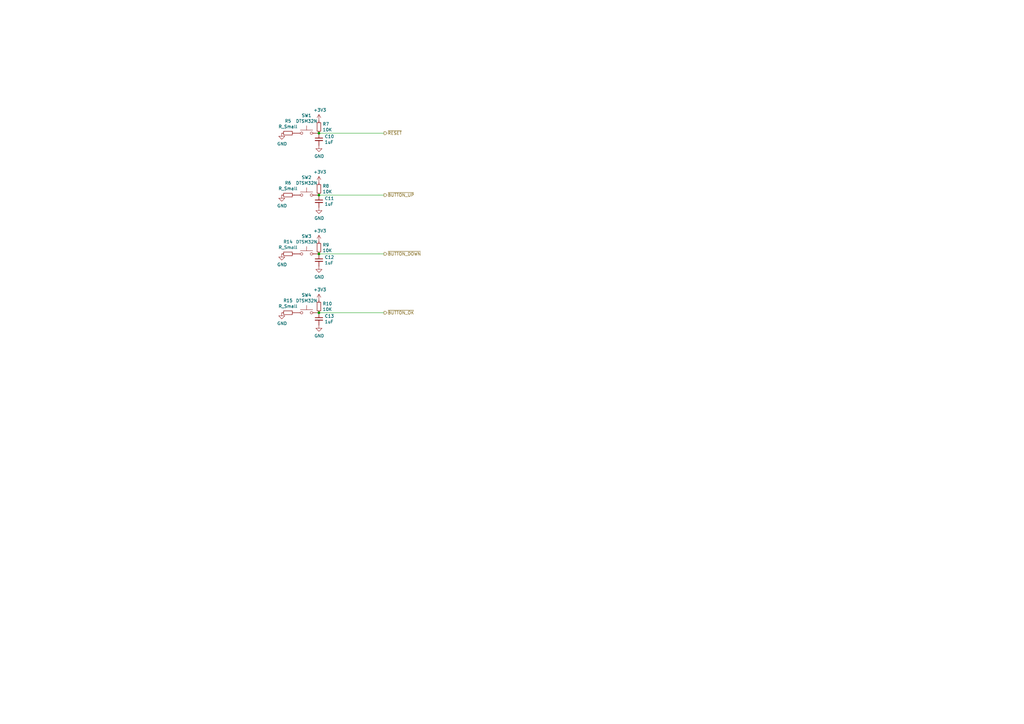
<source format=kicad_sch>
(kicad_sch (version 20211123) (generator eeschema)
  (paper "A3")
  (lib_symbols
    (symbol "Device:C_Small" (pin_numbers hide) (pin_names (offset 0.254) hide)
      (property "Reference" "C" (at 0.254 1.778 0))
      (property "Value" "C_Small" (at 0.254 -2.032 0))
      (symbol "C_Small_0_1"
        (polyline (pts (xy -1.524 -0.508) (xy 1.524 -0.508)) (stroke (width 0.3302)))
        (polyline (pts (xy -1.524 0.508) (xy 1.524 0.508)) (stroke (width 0.3048)))
      )
      (symbol "C_Small_1_1"
        (pin passive line (at 0 2.54 270) (length 2.032) (name "~") (number "1"))
        (pin passive line (at 0 -2.54 90) (length 2.032) (name "~") (number "2"))
      )
    )
    (symbol "Device:R_Small" (pin_numbers hide) (pin_names (offset 0.254) hide)
      (property "Reference" "R" (at 0.762 0.508 0))
      (property "Value" "R_Small" (at 0.762 -1.016 0))
      (symbol "R_Small_0_1"
        (rectangle (start -0.762 1.778) (end 0.762 -1.778) (stroke (width 0.2032)))
      )
      (symbol "R_Small_1_1"
        (pin passive line (at 0 2.54 270) (length 0.762) (name "~") (number "1"))
        (pin passive line (at 0 -2.54 90) (length 0.762) (name "~") (number "2"))
      )
    )
    (symbol "Switch:SW_Push" (pin_numbers hide) (pin_names (offset 1.016) hide)
      (property "Reference" "SW" (at 1.27 2.54 0))
      (property "Value" "SW_Push" (at 0 -1.524 0))
      (symbol "SW_Push_0_1"
        (circle (center -2.032 0) (radius 0.508))
        (polyline (pts (xy 0 1.27) (xy 0 3.048)))
        (polyline (pts (xy 2.54 1.27) (xy -2.54 1.27)))
        (circle (center 2.032 0) (radius 0.508))
        (pin passive line (at -5.08 0 0) (length 2.54) (name "1") (number "1"))
        (pin passive line (at 5.08 0 180) (length 2.54) (name "2") (number "2"))
      )
    )
    (symbol "power:+3V3" (power) (pin_names (offset 0))
      (property "Value" "+3V3" (at 0 3.556 0))
      (symbol "+3V3_0_1"
        (polyline (pts (xy -0.762 1.27) (xy 0 2.54)))
        (polyline (pts (xy 0 0) (xy 0 2.54)))
        (polyline (pts (xy 0 2.54) (xy 0.762 1.27)))
      )
      (symbol "+3V3_1_1"
        (pin power_in line (at 0 0 90) (length 0) hide (name "+3V3") (number "1"))
      )
    )
    (symbol "power:GND" (power) (pin_names (offset 0))
      (property "Value" "GND" (at 0 -3.81 0))
      (symbol "GND_0_1"
        (polyline (pts (xy 0 0) (xy 0 -1.27) (xy 1.27 -1.27) (xy 0 -2.54) (xy -1.27 -1.27) (xy 0 -1.27)))
      )
      (symbol "GND_1_1"
        (pin power_in line (at 0 0 270) (length 0) hide (name "GND") (number "1"))
      )
    )
  )
  (junction (at 130.81 54.61))
  (junction (at 130.81 104.14))
  (junction (at 130.81 128.27))
  (junction (at 130.81 80.01))
  (wire (pts (xy 130.81 54.61) (xy 157.48 54.61)))
  (wire (pts (xy 130.81 80.01) (xy 157.48 80.01)))
  (wire (pts (xy 130.81 128.27) (xy 157.48 128.27)))
  (wire (pts (xy 130.81 104.14) (xy 157.48 104.14)))
  (hierarchical_label "~{BUTTON_UP}" (shape output) (at 157.48 80.01 0))
  (hierarchical_label "~{BUTTON_DOWN}" (shape output) (at 157.48 104.14 0))
  (hierarchical_label "~{RESET}" (shape output) (at 157.48 54.61 0))
  (hierarchical_label "~{BUTTON_OK}" (shape output) (at 157.48 128.27 0))
  (symbol (lib_id "Switch:SW_Push") (at 125.73 54.61 0) (unit 1)
    (property "Reference" "SW1" (at 125.73 47.371 0))
    (property "Value" "DTSM32N" (at 125.73 49.6824 0))
    (property "Footprint" "Button_Switch_SMD:SW_SPST_B3U-1000P" (effects hide))
  )
  (symbol (lib_id "Device:R_Small") (at 130.81 52.07 0) (unit 1)
    (property "Reference" "R7" (at 132.3086 50.9016 0) (effects (justify left)))
    (property "Value" "10K" (at 132.3086 53.213 0) (effects (justify left)))
    (property "Footprint" "Resistor_SMD:R_0402_1005Metric" (effects hide))
  )
  (symbol (lib_id "Device:C_Small") (at 130.81 57.15 0) (unit 1)
    (property "Reference" "C10" (at 133.1468 55.9816 0) (effects (justify left)))
    (property "Value" "1uF" (at 133.1468 58.293 0) (effects (justify left)))
    (property "Footprint" "Capacitor_SMD:C_0402_1005Metric" (effects hide))
  )
  (symbol (lib_id "power:+3V3") (at 130.81 49.53 0) (unit 1)
    (property "Reference" "#PWR0120" (effects hide))
    (property "Value" "+3V3" (at 131.191 45.1358 0))
  )
  (symbol (lib_id "power:GND") (at 130.81 59.69 0) (unit 1)
    (property "Reference" "#PWR0121" (effects hide))
    (property "Value" "GND" (at 130.937 64.0842 0))
  )
  (symbol (lib_id "Switch:SW_Push") (at 125.73 80.01 0) (unit 1)
    (property "Reference" "SW2" (at 125.73 72.771 0))
    (property "Value" "DTSM32N" (at 125.73 75.0824 0))
    (property "Footprint" "Button_Switch_SMD:SW_SPST_B3U-1000P" (effects hide))
  )
  (symbol (lib_id "Device:R_Small") (at 130.81 77.47 0) (unit 1)
    (property "Reference" "R8" (at 132.3086 76.3016 0) (effects (justify left)))
    (property "Value" "10K" (at 132.3086 78.613 0) (effects (justify left)))
    (property "Footprint" "Resistor_SMD:R_0402_1005Metric" (effects hide))
  )
  (symbol (lib_id "Device:C_Small") (at 130.81 82.55 0) (unit 1)
    (property "Reference" "C11" (at 133.1468 81.3816 0) (effects (justify left)))
    (property "Value" "1uF" (at 133.1468 83.693 0) (effects (justify left)))
    (property "Footprint" "Capacitor_SMD:C_0402_1005Metric" (effects hide))
  )
  (symbol (lib_id "power:+3V3") (at 130.81 74.93 0) (unit 1)
    (property "Reference" "#PWR0123" (effects hide))
    (property "Value" "+3V3" (at 131.191 70.5358 0))
  )
  (symbol (lib_id "power:GND") (at 130.81 85.09 0) (unit 1)
    (property "Reference" "#PWR0124" (effects hide))
    (property "Value" "GND" (at 130.937 89.4842 0))
  )
  (symbol (lib_id "power:GND") (at 115.57 80.01 0) (unit 1)
    (property "Reference" "#PWR0125" (effects hide))
    (property "Value" "GND" (at 115.697 84.4042 0))
  )
  (symbol (lib_id "Switch:SW_Push") (at 125.73 104.14 0) (unit 1)
    (property "Reference" "SW3" (at 125.73 96.901 0))
    (property "Value" "DTSM32N" (at 125.73 99.2124 0))
    (property "Footprint" "Button_Switch_SMD:SW_SPST_B3U-1000P" (effects hide))
  )
  (symbol (lib_id "Device:R_Small") (at 130.81 101.6 0) (unit 1)
    (property "Reference" "R9" (at 132.3086 100.4316 0) (effects (justify left)))
    (property "Value" "10K" (at 132.3086 102.743 0) (effects (justify left)))
    (property "Footprint" "Resistor_SMD:R_0402_1005Metric" (effects hide))
  )
  (symbol (lib_id "Device:C_Small") (at 130.81 106.68 0) (unit 1)
    (property "Reference" "C12" (at 133.1468 105.5116 0) (effects (justify left)))
    (property "Value" "1uF" (at 133.1468 107.823 0) (effects (justify left)))
    (property "Footprint" "Capacitor_SMD:C_0402_1005Metric" (effects hide))
  )
  (symbol (lib_id "power:+3V3") (at 130.81 99.06 0) (unit 1)
    (property "Reference" "#PWR0126" (effects hide))
    (property "Value" "+3V3" (at 131.191 94.6658 0))
  )
  (symbol (lib_id "power:GND") (at 130.81 109.22 0) (unit 1)
    (property "Reference" "#PWR0127" (effects hide))
    (property "Value" "GND" (at 130.937 113.6142 0))
  )
  (symbol (lib_id "Switch:SW_Push") (at 125.73 128.27 0) (unit 1)
    (property "Reference" "SW4" (at 125.73 121.031 0))
    (property "Value" "DTSM32N" (at 125.73 123.3424 0))
    (property "Footprint" "Button_Switch_SMD:SW_SPST_B3U-1000P" (effects hide))
  )
  (symbol (lib_id "Device:R_Small") (at 130.81 125.73 0) (unit 1)
    (property "Reference" "R10" (at 132.3086 124.5616 0) (effects (justify left)))
    (property "Value" "10K" (at 132.3086 126.873 0) (effects (justify left)))
    (property "Footprint" "Resistor_SMD:R_0402_1005Metric" (effects hide))
  )
  (symbol (lib_id "Device:C_Small") (at 130.81 130.81 0) (unit 1)
    (property "Reference" "C13" (at 133.1468 129.6416 0) (effects (justify left)))
    (property "Value" "1uF" (at 133.1468 131.953 0) (effects (justify left)))
    (property "Footprint" "Capacitor_SMD:C_0402_1005Metric" (effects hide))
  )
  (symbol (lib_id "power:+3V3") (at 130.81 123.19 0) (unit 1)
    (property "Reference" "#PWR0129" (effects hide))
    (property "Value" "+3V3" (at 131.191 118.7958 0))
  )
  (symbol (lib_id "power:GND") (at 130.81 133.35 0) (unit 1)
    (property "Reference" "#PWR0130" (effects hide))
    (property "Value" "GND" (at 130.937 137.7442 0))
  )
  (symbol (lib_id "Device:R_Small") (at 118.11 80.01 270) (unit 1)
    (property "Reference" "R6" (at 118.11 75.0316 90))
    (property "Value" "R_Small" (at 118.11 77.343 90))
    (property "Footprint" "Resistor_SMD:R_0402_1005Metric" (effects hide))
  )
  (symbol (lib_id "power:GND") (at 115.57 104.14 0) (unit 1)
    (property "Reference" "#PWR0122" (effects hide))
    (property "Value" "GND" (at 115.697 108.5342 0))
  )
  (symbol (lib_id "Device:R_Small") (at 118.11 104.14 270) (unit 1)
    (property "Reference" "R14" (at 118.11 99.1616 90))
    (property "Value" "R_Small" (at 118.11 101.473 90))
    (property "Footprint" "Resistor_SMD:R_0402_1005Metric" (effects hide))
  )
  (symbol (lib_id "power:GND") (at 115.57 128.27 0) (unit 1)
    (property "Reference" "#PWR0128" (effects hide))
    (property "Value" "GND" (at 115.697 132.6642 0))
  )
  (symbol (lib_id "Device:R_Small") (at 118.11 128.27 270) (unit 1)
    (property "Reference" "R15" (at 118.11 123.2916 90))
    (property "Value" "R_Small" (at 118.11 125.603 90))
    (property "Footprint" "Resistor_SMD:R_0402_1005Metric" (effects hide))
  )
  (symbol (lib_id "power:GND") (at 115.57 54.61 0) (unit 1)
    (property "Reference" "#PWR0131" (effects hide))
    (property "Value" "GND" (at 115.697 59.0042 0))
  )
  (symbol (lib_id "Device:R_Small") (at 118.11 54.61 270) (unit 1)
    (property "Reference" "R5" (at 118.11 49.6316 90))
    (property "Value" "R_Small" (at 118.11 51.943 90))
    (property "Footprint" "Resistor_SMD:R_0402_1005Metric" (effects hide))
  )
)
</source>
